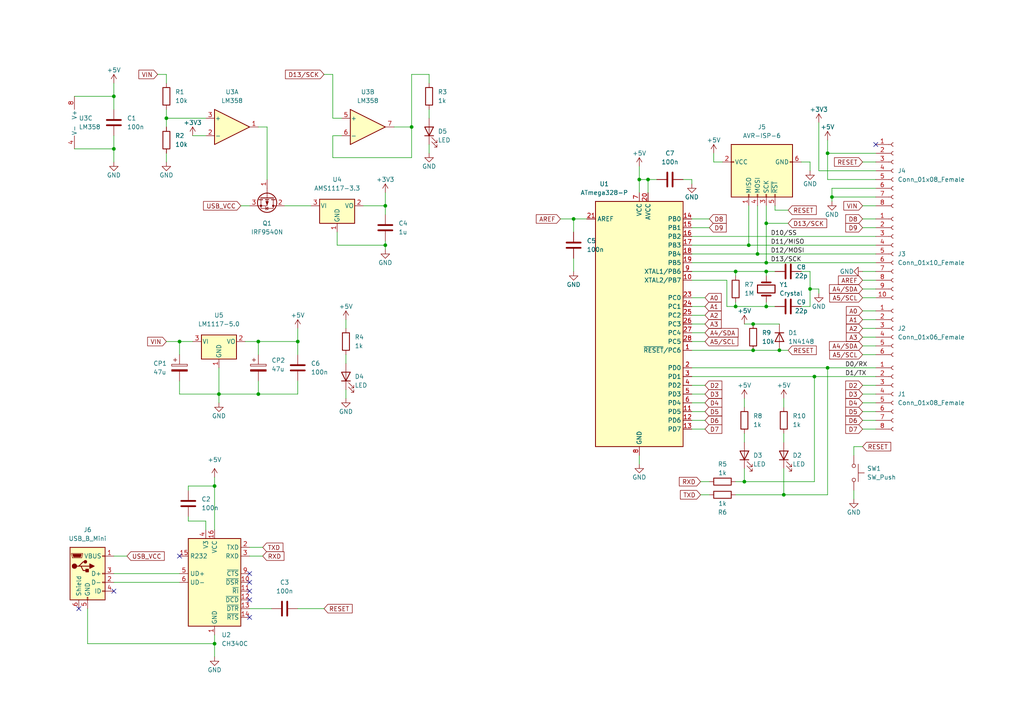
<source format=kicad_sch>
(kicad_sch (version 20211123) (generator eeschema)
  (paper "A4")
  (title_block (title "Tetiduino") (date "2023-02-13") (rev "0.0"))
  (lib_symbols
    (symbol "Amplifier_Operational:LM358" (pin_names (offset 0.127))
      (property "Reference" "U" (at 0 5.08 0))
      (property "Value" "LM358" (at 0 -5.08 0))
      (symbol "LM358_1_1"
        (pin output line (at 7.62 0 180) (length 2.54) (name "~") (number "1"))
        (pin input line (at -7.62 -2.54 0) (length 2.54) (name "-") (number "2"))
        (pin input line (at -7.62 2.54 0) (length 2.54) (name "+") (number "3"))
      )
      (symbol "LM358_2_1"
        (pin input line (at -7.62 2.54 0) (length 2.54) (name "+") (number "5"))
        (pin input line (at -7.62 -2.54 0) (length 2.54) (name "-") (number "6"))
        (pin output line (at 7.62 0 180) (length 2.54) (name "~") (number "7"))
      )
      (symbol "LM358_3_1"
        (pin power_in line (at -2.54 -7.62 90) (length 3.81) (name "V-") (number "4"))
        (pin power_in line (at -2.54 7.62 270) (length 3.81) (name "V+") (number "8"))
      )
    )
    (symbol "Connector:AVR-ISP-6" (pin_names (offset 1.016))
      (property "Reference" "J" (at -6.35 11.43 0))
      (property "Value" "AVR-ISP-6" (at 0 11.43 0))
      (symbol "AVR-ISP-6_1_1"
        (pin passive line (at 10.16 5.08 180) (length 2.54) (name "MISO") (number "1"))
        (pin passive line (at -2.54 12.7 270) (length 2.54) (name "VCC") (number "2"))
        (pin passive line (at 10.16 0 180) (length 2.54) (name "SCK") (number "3"))
        (pin passive line (at 10.16 2.54 180) (length 2.54) (name "MOSI") (number "4"))
        (pin passive line (at 10.16 -2.54 180) (length 2.54) (name "~{RST}") (number "5"))
        (pin passive line (at -2.54 -10.16 90) (length 2.54) (name "GND") (number "6"))
      )
    )
    (symbol "Connector:Conn_01x06_Female" (pin_names (offset 1.016) hide)
      (property "Reference" "J" (at 0 7.62 0))
      (property "Value" "Conn_01x06_Female" (at 0 -10.16 0))
      (symbol "Conn_01x06_Female_1_1"
        (pin passive line (at -5.08 5.08 0) (length 3.81) (name "Pin_1") (number "1"))
        (pin passive line (at -5.08 2.54 0) (length 3.81) (name "Pin_2") (number "2"))
        (pin passive line (at -5.08 0 0) (length 3.81) (name "Pin_3") (number "3"))
        (pin passive line (at -5.08 -2.54 0) (length 3.81) (name "Pin_4") (number "4"))
        (pin passive line (at -5.08 -5.08 0) (length 3.81) (name "Pin_5") (number "5"))
        (pin passive line (at -5.08 -7.62 0) (length 3.81) (name "Pin_6") (number "6"))
      )
    )
    (symbol "Connector:Conn_01x08_Female" (pin_names (offset 1.016) hide)
      (property "Reference" "J" (at 0 10.16 0))
      (property "Value" "Conn_01x08_Female" (at 0 -12.7 0))
      (symbol "Conn_01x08_Female_1_1"
        (pin passive line (at -5.08 7.62 0) (length 3.81) (name "Pin_1") (number "1"))
        (pin passive line (at -5.08 5.08 0) (length 3.81) (name "Pin_2") (number "2"))
        (pin passive line (at -5.08 2.54 0) (length 3.81) (name "Pin_3") (number "3"))
        (pin passive line (at -5.08 0 0) (length 3.81) (name "Pin_4") (number "4"))
        (pin passive line (at -5.08 -2.54 0) (length 3.81) (name "Pin_5") (number "5"))
        (pin passive line (at -5.08 -5.08 0) (length 3.81) (name "Pin_6") (number "6"))
        (pin passive line (at -5.08 -7.62 0) (length 3.81) (name "Pin_7") (number "7"))
        (pin passive line (at -5.08 -10.16 0) (length 3.81) (name "Pin_8") (number "8"))
      )
    )
    (symbol "Connector:Conn_01x10_Female" (pin_names (offset 1.016) hide)
      (property "Reference" "J" (at 0 12.7 0))
      (property "Value" "Conn_01x10_Female" (at 0 -15.24 0))
      (symbol "Conn_01x10_Female_1_1"
        (pin passive line (at -5.08 10.16 0) (length 3.81) (name "Pin_1") (number "1"))
        (pin passive line (at -5.08 -12.7 0) (length 3.81) (name "Pin_10") (number "10"))
        (pin passive line (at -5.08 7.62 0) (length 3.81) (name "Pin_2") (number "2"))
        (pin passive line (at -5.08 5.08 0) (length 3.81) (name "Pin_3") (number "3"))
        (pin passive line (at -5.08 2.54 0) (length 3.81) (name "Pin_4") (number "4"))
        (pin passive line (at -5.08 0 0) (length 3.81) (name "Pin_5") (number "5"))
        (pin passive line (at -5.08 -2.54 0) (length 3.81) (name "Pin_6") (number "6"))
        (pin passive line (at -5.08 -5.08 0) (length 3.81) (name "Pin_7") (number "7"))
        (pin passive line (at -5.08 -7.62 0) (length 3.81) (name "Pin_8") (number "8"))
        (pin passive line (at -5.08 -10.16 0) (length 3.81) (name "Pin_9") (number "9"))
      )
    )
    (symbol "Connector:USB_B_Mini" (pin_names (offset 1.016))
      (property "Reference" "J" (at -5.08 11.43 0))
      (property "Value" "USB_B_Mini" (at -5.08 8.89 0))
      (symbol "USB_B_Mini_1_1"
        (pin power_out line (at 7.62 5.08 180) (length 2.54) (name "VBUS") (number "1"))
        (pin bidirectional line (at 7.62 -2.54 180) (length 2.54) (name "D-") (number "2"))
        (pin bidirectional line (at 7.62 0 180) (length 2.54) (name "D+") (number "3"))
        (pin passive line (at 7.62 -5.08 180) (length 2.54) (name "ID") (number "4"))
        (pin power_out line (at 0 -10.16 90) (length 2.54) (name "GND") (number "5"))
        (pin passive line (at -2.54 -10.16 90) (length 2.54) (name "Shield") (number "6"))
      )
    )
    (symbol "Device:C" (pin_numbers hide) (pin_names (offset 0.254))
      (property "Reference" "C" (at 0.635 2.54 0))
      (property "Value" "C" (at 0.635 -2.54 0))
      (symbol "C_1_1"
        (pin passive line (at 0 3.81 270) (length 2.794) (name "~") (number "1"))
        (pin passive line (at 0 -3.81 90) (length 2.794) (name "~") (number "2"))
      )
    )
    (symbol "Device:C_Polarized" (pin_numbers hide) (pin_names (offset 0.254))
      (property "Reference" "C" (at 0.635 2.54 0))
      (property "Value" "C_Polarized" (at 0.635 -2.54 0))
      (symbol "C_Polarized_1_1"
        (pin passive line (at 0 3.81 270) (length 2.794) (name "~") (number "1"))
        (pin passive line (at 0 -3.81 90) (length 2.794) (name "~") (number "2"))
      )
    )
    (symbol "Device:Crystal" (pin_numbers hide) (pin_names (offset 1.016) hide)
      (property "Reference" "Y" (at 0 3.81 0))
      (property "Value" "Crystal" (at 0 -3.81 0))
      (symbol "Crystal_1_1"
        (pin passive line (at -3.81 0 0) (length 1.27) (name "1") (number "1"))
        (pin passive line (at 3.81 0 180) (length 1.27) (name "2") (number "2"))
      )
    )
    (symbol "Device:LED" (pin_numbers hide) (pin_names (offset 1.016) hide)
      (property "Reference" "D" (at 0 2.54 0))
      (property "Value" "LED" (at 0 -2.54 0))
      (symbol "LED_1_1"
        (pin passive line (at -3.81 0 0) (length 2.54) (name "K") (number "1"))
        (pin passive line (at 3.81 0 180) (length 2.54) (name "A") (number "2"))
      )
    )
    (symbol "Device:R" (pin_numbers hide) (pin_names (offset 0))
      (property "Reference" "R" (at 2.032 0 90))
      (property "Value" "R" (at 0 0 90))
      (symbol "R_1_1"
        (pin passive line (at 0 3.81 270) (length 1.27) (name "~") (number "1"))
        (pin passive line (at 0 -3.81 90) (length 1.27) (name "~") (number "2"))
      )
    )
    (symbol "Diode:1N4148" (pin_numbers hide) (pin_names hide)
      (property "Reference" "D" (at 0 2.54 0))
      (property "Value" "1N4148" (at 0 -2.54 0))
      (symbol "1N4148_1_1"
        (pin passive line (at -3.81 0 0) (length 2.54) (name "K") (number "1"))
        (pin passive line (at 3.81 0 180) (length 2.54) (name "A") (number "2"))
      )
    )
    (symbol "Interface_USB:CH340C"
      (property "Reference" "U" (at -5.08 13.97 0))
      (property "Value" "CH340C" (at 1.27 13.97 0))
      (symbol "CH340C_1_1"
        (pin power_in line (at 0 -15.24 90) (length 2.54) (name "GND") (number "1"))
        (pin input line (at 10.16 0 180) (length 2.54) (name "~{DSR}") (number "10"))
        (pin input line (at 10.16 -2.54 180) (length 2.54) (name "~{RI}") (number "11"))
        (pin input line (at 10.16 -5.08 180) (length 2.54) (name "~{DCD}") (number "12"))
        (pin output line (at 10.16 -7.62 180) (length 2.54) (name "~{DTR}") (number "13"))
        (pin output line (at 10.16 -10.16 180) (length 2.54) (name "~{RTS}") (number "14"))
        (pin input line (at -10.16 7.62 0) (length 2.54) (name "R232") (number "15"))
        (pin power_in line (at 0 15.24 270) (length 2.54) (name "VCC") (number "16"))
        (pin output line (at 10.16 10.16 180) (length 2.54) (name "TXD") (number "2"))
        (pin input line (at 10.16 7.62 180) (length 2.54) (name "RXD") (number "3"))
        (pin passive line (at -2.54 15.24 270) (length 2.54) (name "V3") (number "4"))
        (pin bidirectional line (at -10.16 2.54 0) (length 2.54) (name "UD+") (number "5"))
        (pin bidirectional line (at -10.16 0 0) (length 2.54) (name "UD-") (number "6"))
        (pin no_connect line (at -7.62 -7.62 0) (length 2.54) hide (name "NC") (number "7"))
        (pin no_connect line (at -7.62 -10.16 0) (length 2.54) hide (name "NC") (number "8"))
        (pin input line (at 10.16 2.54 180) (length 2.54) (name "~{CTS}") (number "9"))
      )
    )
    (symbol "MCU_Microchip_ATmega:ATmega328-P"
      (property "Reference" "U" (at -12.7 36.83 0))
      (property "Value" "ATmega328-P" (at 2.54 -36.83 0))
      (symbol "ATmega328-P_1_1"
        (pin bidirectional line (at 15.24 -7.62 180) (length 2.54) (name "~{RESET}/PC6") (number "1"))
        (pin bidirectional line (at 15.24 12.7 180) (length 2.54) (name "XTAL2/PB7") (number "10"))
        (pin bidirectional line (at 15.24 -25.4 180) (length 2.54) (name "PD5") (number "11"))
        (pin bidirectional line (at 15.24 -27.94 180) (length 2.54) (name "PD6") (number "12"))
        (pin bidirectional line (at 15.24 -30.48 180) (length 2.54) (name "PD7") (number "13"))
        (pin bidirectional line (at 15.24 30.48 180) (length 2.54) (name "PB0") (number "14"))
        (pin bidirectional line (at 15.24 27.94 180) (length 2.54) (name "PB1") (number "15"))
        (pin bidirectional line (at 15.24 25.4 180) (length 2.54) (name "PB2") (number "16"))
        (pin bidirectional line (at 15.24 22.86 180) (length 2.54) (name "PB3") (number "17"))
        (pin bidirectional line (at 15.24 20.32 180) (length 2.54) (name "PB4") (number "18"))
        (pin bidirectional line (at 15.24 17.78 180) (length 2.54) (name "PB5") (number "19"))
        (pin bidirectional line (at 15.24 -12.7 180) (length 2.54) (name "PD0") (number "2"))
        (pin power_in line (at 2.54 38.1 270) (length 2.54) (name "AVCC") (number "20"))
        (pin passive line (at -15.24 30.48 0) (length 2.54) (name "AREF") (number "21"))
        (pin passive line (at 0 -38.1 90) (length 2.54) hide (name "GND") (number "22"))
        (pin bidirectional line (at 15.24 7.62 180) (length 2.54) (name "PC0") (number "23"))
        (pin bidirectional line (at 15.24 5.08 180) (length 2.54) (name "PC1") (number "24"))
        (pin bidirectional line (at 15.24 2.54 180) (length 2.54) (name "PC2") (number "25"))
        (pin bidirectional line (at 15.24 0 180) (length 2.54) (name "PC3") (number "26"))
        (pin bidirectional line (at 15.24 -2.54 180) (length 2.54) (name "PC4") (number "27"))
        (pin bidirectional line (at 15.24 -5.08 180) (length 2.54) (name "PC5") (number "28"))
        (pin bidirectional line (at 15.24 -15.24 180) (length 2.54) (name "PD1") (number "3"))
        (pin bidirectional line (at 15.24 -17.78 180) (length 2.54) (name "PD2") (number "4"))
        (pin bidirectional line (at 15.24 -20.32 180) (length 2.54) (name "PD3") (number "5"))
        (pin bidirectional line (at 15.24 -22.86 180) (length 2.54) (name "PD4") (number "6"))
        (pin power_in line (at 0 38.1 270) (length 2.54) (name "VCC") (number "7"))
        (pin power_in line (at 0 -38.1 90) (length 2.54) (name "GND") (number "8"))
        (pin bidirectional line (at 15.24 15.24 180) (length 2.54) (name "XTAL1/PB6") (number "9"))
      )
    )
    (symbol "Regulator_Linear:AMS1117-3.3" (pin_names (offset 0.254))
      (property "Reference" "U" (at -3.81 3.175 0))
      (property "Value" "AMS1117-3.3" (at 0 3.175 0))
      (symbol "AMS1117-3.3_1_1"
        (pin power_in line (at 0 -7.62 90) (length 2.54) (name "GND") (number "1"))
        (pin power_out line (at 7.62 0 180) (length 2.54) (name "VO") (number "2"))
        (pin power_in line (at -7.62 0 0) (length 2.54) (name "VI") (number "3"))
      )
    )
    (symbol "Regulator_Linear:LM1117-5.0" (pin_names (offset 0.254))
      (property "Reference" "U" (at -3.81 3.175 0))
      (property "Value" "LM1117-5.0" (at 0 3.175 0))
      (symbol "LM1117-5.0_1_1"
        (pin power_in line (at 0 -7.62 90) (length 2.54) (name "GND") (number "1"))
        (pin power_out line (at 7.62 0 180) (length 2.54) (name "VO") (number "2"))
        (pin power_in line (at -7.62 0 0) (length 2.54) (name "VI") (number "3"))
      )
    )
    (symbol "Switch:SW_Push" (pin_numbers hide) (pin_names (offset 1.016) hide)
      (property "Reference" "SW" (at 1.27 2.54 0))
      (property "Value" "SW_Push" (at 0 -1.524 0))
      (symbol "SW_Push_0_1"
        (pin passive line (at -5.08 0 0) (length 2.54) (name "1") (number "1"))
        (pin passive line (at 5.08 0 180) (length 2.54) (name "2") (number "2"))
      )
    )
    (symbol "Transistor_FET:IRF9540N" (pin_names hide)
      (property "Reference" "Q" (at 5.08 1.905 0))
      (property "Value" "IRF9540N" (at 5.08 0 0))
      (symbol "IRF9540N_1_1"
        (pin input line (at -5.08 0 0) (length 2.54) (name "G") (number "1"))
        (pin passive line (at 2.54 5.08 270) (length 2.54) (name "D") (number "2"))
        (pin passive line (at 2.54 -5.08 90) (length 2.54) (name "S") (number "3"))
      )
    )
    (symbol "power:+3V3" (power) (pin_names (offset 0))
      (property "Value" "+3V3" (at 0 3.556 0))
      (symbol "+3V3_1_1"
        (pin power_in line (at 0 0 90) (length 0) hide (name "+3V3") (number "1"))
      )
    )
    (symbol "power:+5V" (power) (pin_names (offset 0))
      (property "Value" "+5V" (at 0 3.556 0))
      (symbol "+5V_1_1"
        (pin power_in line (at 0 0 90) (length 0) hide (name "+5V") (number "1"))
      )
    )
    (symbol "power:GND" (power) (pin_names (offset 0))
      (property "Value" "GND" (at 0 -3.81 0))
      (symbol "GND_1_1"
        (pin power_in line (at 0 0 270) (length 0) hide (name "GND") (number "1"))
      )
    )
  )
  (junction (at 222.25 78.74))
  (junction (at 187.96 52.07))
  (junction (at 185.42 52.07))
  (junction (at 213.36 88.9))
  (junction (at 62.23 140.97))
  (junction (at 166.37 63.5))
  (junction (at 63.5 114.3))
  (junction (at 241.3 57.15))
  (junction (at 218.44 93.98))
  (junction (at 62.23 186.69))
  (junction (at 213.36 78.74))
  (junction (at 217.17 71.12))
  (junction (at 111.76 71.12))
  (junction (at 48.26 34.29))
  (junction (at 236.22 109.22))
  (junction (at 227.33 143.51))
  (junction (at 74.93 99.06))
  (junction (at 218.44 101.6))
  (junction (at 226.06 101.6))
  (junction (at 234.95 83.82))
  (junction (at 222.25 64.77))
  (junction (at 111.76 59.69))
  (junction (at 222.25 88.9))
  (junction (at 33.02 27.94))
  (junction (at 219.71 73.66))
  (junction (at 74.93 114.3))
  (junction (at 33.02 43.18))
  (junction (at 240.03 44.45))
  (junction (at 119.38 36.83))
  (junction (at 240.03 106.68))
  (junction (at 215.9 139.7))
  (junction (at 86.36 99.06))
  (junction (at 52.07 99.06))
  (junction (at 222.25 76.2))
  (no_connect (at 72.39 179.07))
  (no_connect (at 72.39 166.37))
  (no_connect (at 22.86 176.53))
  (no_connect (at 33.02 171.45))
  (no_connect (at 72.39 171.45))
  (no_connect (at 52.07 161.29))
  (no_connect (at 72.39 168.91))
  (no_connect (at 72.39 173.99))
  (no_connect (at 254 41.91))
  (wire (pts (xy 187.96 52.07) (xy 190.5 52.07)))
  (wire (pts (xy 33.02 31.75) (xy 33.02 27.94)))
  (wire (pts (xy 207.01 44.45) (xy 207.01 46.99)))
  (wire (pts (xy 162.56 63.5) (xy 166.37 63.5)))
  (wire (pts (xy 250.19 124.46) (xy 254 124.46)))
  (wire (pts (xy 55.88 39.37) (xy 59.69 39.37)))
  (wire (pts (xy 185.42 48.26) (xy 185.42 52.07)))
  (wire (pts (xy 234.95 83.82) (xy 237.49 83.82)))
  (wire (pts (xy 77.47 36.83) (xy 74.93 36.83)))
  (wire (pts (xy 119.38 45.72) (xy 119.38 36.83)))
  (wire (pts (xy 200.66 71.12) (xy 217.17 71.12)))
  (wire (pts (xy 200.66 99.06) (xy 204.47 99.06)))
  (wire (pts (xy 247.65 132.08) (xy 247.65 129.54)))
  (wire (pts (xy 200.66 114.3) (xy 204.47 114.3)))
  (wire (pts (xy 200.66 88.9) (xy 204.47 88.9)))
  (wire (pts (xy 111.76 55.88) (xy 111.76 59.69)))
  (wire (pts (xy 234.95 83.82) (xy 234.95 88.9)))
  (wire (pts (xy 97.79 71.12) (xy 111.76 71.12)))
  (wire (pts (xy 200.66 116.84) (xy 204.47 116.84)))
  (wire (pts (xy 224.79 59.69) (xy 224.79 60.96)))
  (wire (pts (xy 213.36 88.9) (xy 222.25 88.9)))
  (wire (pts (xy 210.82 88.9) (xy 213.36 88.9)))
  (wire (pts (xy 219.71 73.66) (xy 254 73.66)))
  (wire (pts (xy 241.3 54.61) (xy 241.3 57.15)))
  (wire (pts (xy 124.46 31.75) (xy 124.46 34.29)))
  (wire (pts (xy 52.07 114.3) (xy 63.5 114.3)))
  (wire (pts (xy 215.9 135.89) (xy 215.9 139.7)))
  (wire (pts (xy 33.02 161.29) (xy 36.83 161.29)))
  (wire (pts (xy 48.26 21.59) (xy 48.26 24.13)))
  (wire (pts (xy 222.25 87.63) (xy 222.25 88.9)))
  (wire (pts (xy 185.42 132.08) (xy 185.42 134.62)))
  (wire (pts (xy 86.36 176.53) (xy 93.98 176.53)))
  (wire (pts (xy 213.36 139.7) (xy 215.9 139.7)))
  (wire (pts (xy 215.9 125.73) (xy 215.9 128.27)))
  (wire (pts (xy 100.33 92.71) (xy 100.33 95.25)))
  (wire (pts (xy 222.25 64.77) (xy 228.6 64.77)))
  (wire (pts (xy 250.19 97.79) (xy 254 97.79)))
  (wire (pts (xy 52.07 110.49) (xy 52.07 114.3)))
  (wire (pts (xy 52.07 99.06) (xy 52.07 102.87)))
  (wire (pts (xy 254 54.61) (xy 241.3 54.61)))
  (wire (pts (xy 72.39 176.53) (xy 78.74 176.53)))
  (wire (pts (xy 111.76 69.85) (xy 111.76 71.12)))
  (wire (pts (xy 21.59 43.18) (xy 33.02 43.18)))
  (wire (pts (xy 62.23 140.97) (xy 62.23 153.67)))
  (wire (pts (xy 62.23 186.69) (xy 62.23 184.15)))
  (wire (pts (xy 33.02 168.91) (xy 52.07 168.91)))
  (wire (pts (xy 71.12 99.06) (xy 74.93 99.06)))
  (wire (pts (xy 240.03 52.07) (xy 240.03 44.45)))
  (wire (pts (xy 234.95 46.99) (xy 234.95 49.53)))
  (wire (pts (xy 200.66 63.5) (xy 205.74 63.5)))
  (wire (pts (xy 222.25 59.69) (xy 222.25 64.77)))
  (wire (pts (xy 124.46 24.13) (xy 124.46 21.59)))
  (wire (pts (xy 240.03 44.45) (xy 240.03 40.64)))
  (wire (pts (xy 63.5 116.84) (xy 63.5 114.3)))
  (wire (pts (xy 222.25 78.74) (xy 224.79 78.74)))
  (wire (pts (xy 237.49 35.56) (xy 237.49 49.53)))
  (wire (pts (xy 119.38 36.83) (xy 114.3 36.83)))
  (wire (pts (xy 222.25 76.2) (xy 254 76.2)))
  (wire (pts (xy 111.76 59.69) (xy 111.76 62.23)))
  (wire (pts (xy 105.41 59.69) (xy 111.76 59.69)))
  (wire (pts (xy 200.66 52.07) (xy 200.66 53.34)))
  (wire (pts (xy 200.66 68.58) (xy 254 68.58)))
  (wire (pts (xy 227.33 115.57) (xy 227.33 118.11)))
  (wire (pts (xy 124.46 21.59) (xy 119.38 21.59)))
  (wire (pts (xy 198.12 52.07) (xy 200.66 52.07)))
  (wire (pts (xy 237.49 83.82) (xy 237.49 85.09)))
  (wire (pts (xy 97.79 67.31) (xy 97.79 71.12)))
  (wire (pts (xy 86.36 114.3) (xy 74.93 114.3)))
  (wire (pts (xy 237.49 49.53) (xy 254 49.53)))
  (wire (pts (xy 200.66 109.22) (xy 236.22 109.22)))
  (wire (pts (xy 100.33 113.03) (xy 100.33 115.57)))
  (wire (pts (xy 77.47 52.07) (xy 77.47 36.83)))
  (wire (pts (xy 250.19 66.04) (xy 254 66.04)))
  (wire (pts (xy 33.02 166.37) (xy 52.07 166.37)))
  (wire (pts (xy 63.5 106.68) (xy 63.5 114.3)))
  (wire (pts (xy 247.65 129.54) (xy 250.19 129.54)))
  (wire (pts (xy 241.3 57.15) (xy 254 57.15)))
  (wire (pts (xy 52.07 99.06) (xy 55.88 99.06)))
  (wire (pts (xy 250.19 46.99) (xy 254 46.99)))
  (wire (pts (xy 200.66 101.6) (xy 218.44 101.6)))
  (wire (pts (xy 166.37 74.93) (xy 166.37 78.74)))
  (wire (pts (xy 200.66 66.04) (xy 205.74 66.04)))
  (wire (pts (xy 234.95 78.74) (xy 234.95 83.82)))
  (wire (pts (xy 222.25 78.74) (xy 222.25 80.01)))
  (wire (pts (xy 200.66 121.92) (xy 204.47 121.92)))
  (wire (pts (xy 250.19 90.17) (xy 254 90.17)))
  (wire (pts (xy 96.52 21.59) (xy 96.52 34.29)))
  (wire (pts (xy 226.06 101.6) (xy 228.6 101.6)))
  (wire (pts (xy 227.33 143.51) (xy 240.03 143.51)))
  (wire (pts (xy 74.93 99.06) (xy 74.93 102.87)))
  (wire (pts (xy 166.37 63.5) (xy 166.37 67.31)))
  (wire (pts (xy 240.03 106.68) (xy 254 106.68)))
  (wire (pts (xy 250.19 59.69) (xy 254 59.69)))
  (wire (pts (xy 254 52.07) (xy 240.03 52.07)))
  (wire (pts (xy 213.36 78.74) (xy 213.36 80.01)))
  (wire (pts (xy 33.02 27.94) (xy 21.59 27.94)))
  (wire (pts (xy 210.82 81.28) (xy 210.82 88.9)))
  (wire (pts (xy 33.02 43.18) (xy 33.02 39.37)))
  (wire (pts (xy 86.36 99.06) (xy 74.93 99.06)))
  (wire (pts (xy 100.33 102.87) (xy 100.33 105.41)))
  (wire (pts (xy 200.66 73.66) (xy 219.71 73.66)))
  (wire (pts (xy 213.36 78.74) (xy 222.25 78.74)))
  (wire (pts (xy 200.66 76.2) (xy 222.25 76.2)))
  (wire (pts (xy 200.66 111.76) (xy 204.47 111.76)))
  (wire (pts (xy 200.66 124.46) (xy 204.47 124.46)))
  (wire (pts (xy 222.25 64.77) (xy 222.25 76.2)))
  (wire (pts (xy 166.37 63.5) (xy 170.18 63.5)))
  (wire (pts (xy 250.19 63.5) (xy 254 63.5)))
  (wire (pts (xy 224.79 60.96) (xy 228.6 60.96)))
  (wire (pts (xy 250.19 81.28) (xy 254 81.28)))
  (wire (pts (xy 215.9 93.98) (xy 218.44 93.98)))
  (wire (pts (xy 200.66 119.38) (xy 204.47 119.38)))
  (wire (pts (xy 250.19 116.84) (xy 254 116.84)))
  (wire (pts (xy 62.23 186.69) (xy 62.23 190.5)))
  (wire (pts (xy 59.69 151.13) (xy 59.69 153.67)))
  (wire (pts (xy 250.19 114.3) (xy 254 114.3)))
  (wire (pts (xy 45.72 21.59) (xy 48.26 21.59)))
  (wire (pts (xy 200.66 86.36) (xy 204.47 86.36)))
  (wire (pts (xy 240.03 106.68) (xy 240.03 143.51)))
  (wire (pts (xy 250.19 83.82) (xy 254 83.82)))
  (wire (pts (xy 200.66 93.98) (xy 204.47 93.98)))
  (wire (pts (xy 217.17 59.69) (xy 217.17 71.12)))
  (wire (pts (xy 63.5 114.3) (xy 74.93 114.3)))
  (wire (pts (xy 200.66 91.44) (xy 204.47 91.44)))
  (wire (pts (xy 33.02 24.13) (xy 33.02 27.94)))
  (wire (pts (xy 25.4 186.69) (xy 62.23 186.69)))
  (wire (pts (xy 54.61 142.24) (xy 54.61 140.97)))
  (wire (pts (xy 222.25 88.9) (xy 224.79 88.9)))
  (wire (pts (xy 54.61 140.97) (xy 62.23 140.97)))
  (wire (pts (xy 86.36 110.49) (xy 86.36 114.3)))
  (wire (pts (xy 207.01 46.99) (xy 209.55 46.99)))
  (wire (pts (xy 218.44 101.6) (xy 226.06 101.6)))
  (wire (pts (xy 215.9 139.7) (xy 236.22 139.7)))
  (wire (pts (xy 232.41 78.74) (xy 234.95 78.74)))
  (wire (pts (xy 54.61 151.13) (xy 59.69 151.13)))
  (wire (pts (xy 185.42 55.88) (xy 185.42 52.07)))
  (wire (pts (xy 200.66 81.28) (xy 210.82 81.28)))
  (wire (pts (xy 119.38 21.59) (xy 119.38 36.83)))
  (wire (pts (xy 48.26 31.75) (xy 48.26 34.29)))
  (wire (pts (xy 33.02 43.18) (xy 33.02 46.99)))
  (wire (pts (xy 250.19 92.71) (xy 254 92.71)))
  (wire (pts (xy 124.46 41.91) (xy 124.46 44.45)))
  (wire (pts (xy 232.41 88.9) (xy 234.95 88.9)))
  (wire (pts (xy 213.36 143.51) (xy 227.33 143.51)))
  (wire (pts (xy 86.36 102.87) (xy 86.36 99.06)))
  (wire (pts (xy 72.39 158.75) (xy 76.2 158.75)))
  (wire (pts (xy 62.23 138.43) (xy 62.23 140.97)))
  (wire (pts (xy 74.93 110.49) (xy 74.93 114.3)))
  (wire (pts (xy 218.44 93.98) (xy 226.06 93.98)))
  (wire (pts (xy 250.19 95.25) (xy 254 95.25)))
  (wire (pts (xy 25.4 176.53) (xy 25.4 186.69)))
  (wire (pts (xy 72.39 161.29) (xy 76.2 161.29)))
  (wire (pts (xy 200.66 106.68) (xy 240.03 106.68)))
  (wire (pts (xy 86.36 95.25) (xy 86.36 99.06)))
  (wire (pts (xy 96.52 39.37) (xy 96.52 45.72)))
  (wire (pts (xy 217.17 71.12) (xy 254 71.12)))
  (wire (pts (xy 185.42 52.07) (xy 187.96 52.07)))
  (wire (pts (xy 48.26 34.29) (xy 48.26 36.83)))
  (wire (pts (xy 241.3 57.15) (xy 241.3 58.42)))
  (wire (pts (xy 227.33 135.89) (xy 227.33 143.51)))
  (wire (pts (xy 203.2 143.51) (xy 205.74 143.51)))
  (wire (pts (xy 250.19 102.87) (xy 254 102.87)))
  (wire (pts (xy 93.98 21.59) (xy 96.52 21.59)))
  (wire (pts (xy 250.19 100.33) (xy 254 100.33)))
  (wire (pts (xy 54.61 149.86) (xy 54.61 151.13)))
  (wire (pts (xy 200.66 78.74) (xy 213.36 78.74)))
  (wire (pts (xy 250.19 78.74) (xy 254 78.74)))
  (wire (pts (xy 215.9 115.57) (xy 215.9 118.11)))
  (wire (pts (xy 250.19 86.36) (xy 254 86.36)))
  (wire (pts (xy 48.26 34.29) (xy 59.69 34.29)))
  (wire (pts (xy 250.19 111.76) (xy 254 111.76)))
  (wire (pts (xy 96.52 45.72) (xy 119.38 45.72)))
  (wire (pts (xy 236.22 109.22) (xy 254 109.22)))
  (wire (pts (xy 213.36 87.63) (xy 213.36 88.9)))
  (wire (pts (xy 99.06 39.37) (xy 96.52 39.37)))
  (wire (pts (xy 111.76 71.12) (xy 111.76 72.39)))
  (wire (pts (xy 82.55 59.69) (xy 90.17 59.69)))
  (wire (pts (xy 227.33 125.73) (xy 227.33 128.27)))
  (wire (pts (xy 250.19 119.38) (xy 254 119.38)))
  (wire (pts (xy 48.26 99.06) (xy 52.07 99.06)))
  (wire (pts (xy 219.71 59.69) (xy 219.71 73.66)))
  (wire (pts (xy 236.22 109.22) (xy 236.22 139.7)))
  (wire (pts (xy 247.65 142.24) (xy 247.65 144.78)))
  (wire (pts (xy 240.03 44.45) (xy 254 44.45)))
  (wire (pts (xy 96.52 34.29) (xy 99.06 34.29)))
  (wire (pts (xy 250.19 121.92) (xy 254 121.92)))
  (wire (pts (xy 69.85 59.69) (xy 72.39 59.69)))
  (wire (pts (xy 200.66 96.52) (xy 204.47 96.52)))
  (wire (pts (xy 232.41 46.99) (xy 234.95 46.99)))
  (wire (pts (xy 187.96 52.07) (xy 187.96 55.88)))
  (wire (pts (xy 48.26 44.45) (xy 48.26 46.99)))
  (wire (pts (xy 203.2 139.7) (xy 205.74 139.7)))
  (label "D12{slash}MOSI" (at 223.52 73.66 0))
  (label "D13{slash}SCK" (at 223.52 76.2 0))
  (label "D10{slash}SS" (at 223.52 68.58 0))
  (label "D0{slash}RX" (at 245.11 106.68 0))
  (label "D1{slash}TX" (at 245.11 109.22 0))
  (label "D11{slash}MISO" (at 223.52 71.12 0))
  (global_label "USB_VCC" (shape input) (at 69.85 59.69 180) (property "Intersheet References" "${INTERSHEET_REFS}" (effects hide)))
  (global_label "A0" (shape input) (at 250.19 90.17 180) (property "Intersheet References" "${INTERSHEET_REFS}" (effects hide)))
  (global_label "D8" (shape input) (at 205.74 63.5 0) (property "Intersheet References" "${INTERSHEET_REFS}" (effects hide)))
  (global_label "D7" (shape input) (at 204.47 124.46 0) (property "Intersheet References" "${INTERSHEET_REFS}" (effects hide)))
  (global_label "A2" (shape input) (at 204.47 91.44 0) (property "Intersheet References" "${INTERSHEET_REFS}" (effects hide)))
  (global_label "A1" (shape input) (at 204.47 88.9 0) (property "Intersheet References" "${INTERSHEET_REFS}" (effects hide)))
  (global_label "AREF" (shape input) (at 250.19 81.28 180) (property "Intersheet References" "${INTERSHEET_REFS}" (effects hide)))
  (global_label "A4{slash}SDA" (shape input) (at 204.47 96.52 0) (property "Intersheet References" "${INTERSHEET_REFS}" (effects hide)))
  (global_label "A5{slash}SCL" (shape input) (at 250.19 102.87 180) (property "Intersheet References" "${INTERSHEET_REFS}" (effects hide)))
  (global_label "RESET" (shape input) (at 228.6 60.96 0) (property "Intersheet References" "${INTERSHEET_REFS}" (effects hide)))
  (global_label "D5" (shape input) (at 204.47 119.38 0) (property "Intersheet References" "${INTERSHEET_REFS}" (effects hide)))
  (global_label "RXD" (shape input) (at 76.2 161.29 0) (property "Intersheet References" "${INTERSHEET_REFS}" (effects hide)))
  (global_label "RXD" (shape input) (at 203.2 139.7 180) (property "Intersheet References" "${INTERSHEET_REFS}" (effects hide)))
  (global_label "AREF" (shape input) (at 162.56 63.5 180) (property "Intersheet References" "${INTERSHEET_REFS}" (effects hide)))
  (global_label "RESET" (shape input) (at 250.19 129.54 0) (property "Intersheet References" "${INTERSHEET_REFS}" (effects hide)))
  (global_label "D3" (shape input) (at 204.47 114.3 0) (property "Intersheet References" "${INTERSHEET_REFS}" (effects hide)))
  (global_label "D4" (shape input) (at 204.47 116.84 0) (property "Intersheet References" "${INTERSHEET_REFS}" (effects hide)))
  (global_label "RESET" (shape input) (at 250.19 46.99 180) (property "Intersheet References" "${INTERSHEET_REFS}" (effects hide)))
  (global_label "A3" (shape input) (at 204.47 93.98 0) (property "Intersheet References" "${INTERSHEET_REFS}" (effects hide)))
  (global_label "A5{slash}SCL" (shape input) (at 204.47 99.06 0) (property "Intersheet References" "${INTERSHEET_REFS}" (effects hide)))
  (global_label "VIN" (shape input) (at 45.72 21.59 180) (property "Intersheet References" "${INTERSHEET_REFS}" (effects hide)))
  (global_label "RESET" (shape input) (at 93.98 176.53 0) (property "Intersheet References" "${INTERSHEET_REFS}" (effects hide)))
  (global_label "VIN" (shape input) (at 250.19 59.69 180) (property "Intersheet References" "${INTERSHEET_REFS}" (effects hide)))
  (global_label "D3" (shape input) (at 250.19 114.3 180) (property "Intersheet References" "${INTERSHEET_REFS}" (effects hide)))
  (global_label "D13{slash}SCK" (shape input) (at 228.6 64.77 0) (property "Intersheet References" "${INTERSHEET_REFS}" (effects hide)))
  (global_label "A4{slash}SDA" (shape input) (at 250.19 83.82 180) (property "Intersheet References" "${INTERSHEET_REFS}" (effects hide)))
  (global_label "A2" (shape input) (at 250.19 95.25 180) (property "Intersheet References" "${INTERSHEET_REFS}" (effects hide)))
  (global_label "A4{slash}SDA" (shape input) (at 250.19 100.33 180) (property "Intersheet References" "${INTERSHEET_REFS}" (effects hide)))
  (global_label "A0" (shape input) (at 204.47 86.36 0) (property "Intersheet References" "${INTERSHEET_REFS}" (effects hide)))
  (global_label "D8" (shape input) (at 250.19 63.5 180) (property "Intersheet References" "${INTERSHEET_REFS}" (effects hide)))
  (global_label "D2" (shape input) (at 204.47 111.76 0) (property "Intersheet References" "${INTERSHEET_REFS}" (effects hide)))
  (global_label "D6" (shape input) (at 250.19 121.92 180) (property "Intersheet References" "${INTERSHEET_REFS}" (effects hide)))
  (global_label "USB_VCC" (shape input) (at 36.83 161.29 0) (property "Intersheet References" "${INTERSHEET_REFS}" (effects hide)))
  (global_label "A3" (shape input) (at 250.19 97.79 180) (property "Intersheet References" "${INTERSHEET_REFS}" (effects hide)))
  (global_label "RESET" (shape input) (at 228.6 101.6 0) (property "Intersheet References" "${INTERSHEET_REFS}" (effects hide)))
  (global_label "TXD" (shape input) (at 76.2 158.75 0) (property "Intersheet References" "${INTERSHEET_REFS}" (effects hide)))
  (global_label "D2" (shape input) (at 250.19 111.76 180) (property "Intersheet References" "${INTERSHEET_REFS}" (effects hide)))
  (global_label "D9" (shape input) (at 205.74 66.04 0) (property "Intersheet References" "${INTERSHEET_REFS}" (effects hide)))
  (global_label "D5" (shape input) (at 250.19 119.38 180) (property "Intersheet References" "${INTERSHEET_REFS}" (effects hide)))
  (global_label "TXD" (shape input) (at 203.2 143.51 180) (property "Intersheet References" "${INTERSHEET_REFS}" (effects hide)))
  (global_label "VIN" (shape input) (at 48.26 99.06 180) (property "Intersheet References" "${INTERSHEET_REFS}" (effects hide)))
  (global_label "D9" (shape input) (at 250.19 66.04 180) (property "Intersheet References" "${INTERSHEET_REFS}" (effects hide)))
  (global_label "A1" (shape input) (at 250.19 92.71 180) (property "Intersheet References" "${INTERSHEET_REFS}" (effects hide)))
  (global_label "D7" (shape input) (at 250.19 124.46 180) (property "Intersheet References" "${INTERSHEET_REFS}" (effects hide)))
  (global_label "D13{slash}SCK" (shape input) (at 93.98 21.59 180) (property "Intersheet References" "${INTERSHEET_REFS}" (effects hide)))
  (global_label "D4" (shape input) (at 250.19 116.84 180) (property "Intersheet References" "${INTERSHEET_REFS}" (effects hide)))
  (global_label "D6" (shape input) (at 204.47 121.92 0) (property "Intersheet References" "${INTERSHEET_REFS}" (effects hide)))
  (global_label "A5{slash}SCL" (shape input) (at 250.19 86.36 180) (property "Intersheet References" "${INTERSHEET_REFS}" (effects hide)))
  (symbol (lib_id "Device:R") (at 215.9 121.92 0) (unit 1)
    (property "Reference" "R8" (at 218.44 120.6499 0) (effects (justify left)))
    (property "Value" "1k" (at 218.44 123.1899 0) (effects (justify left)))
    (property "Footprint" "Resistor_THT:R_Axial_DIN0204_L3.6mm_D1.6mm_P7.62mm_Horizontal" (effects hide))
  )
  (symbol (lib_id "Transistor_FET:IRF9540N") (at 77.47 57.15 270) (unit 1)
    (property "Reference" "Q1" (at 77.47 64.77 90))
    (property "Value" "IRF9540N" (at 77.47 67.31 90))
    (property "Footprint" "Package_TO_SOT_THT:TO-220-3_Vertical" (effects hide))
    (property "Datasheet" "http://www.irf.com/product-info/datasheets/data/irf9540n.pdf" (effects hide))
  )
  (symbol (lib_id "Device:C") (at 166.37 71.12 0) (unit 1)
    (property "Reference" "C5" (at 170.18 69.8499 0) (effects (justify left)))
    (property "Value" "100n" (at 170.18 72.3899 0) (effects (justify left)))
    (property "Footprint" "Capacitor_THT:C_Axial_L3.8mm_D2.6mm_P7.50mm_Horizontal" (effects hide))
  )
  (symbol (lib_id "Device:R") (at 48.26 40.64 0) (unit 1)
    (property "Reference" "R2" (at 50.8 39.3699 0) (effects (justify left)))
    (property "Value" "10k" (at 50.8 41.9099 0) (effects (justify left)))
    (property "Footprint" "Resistor_THT:R_Axial_DIN0204_L3.6mm_D1.6mm_P7.62mm_Horizontal" (effects hide))
  )
  (symbol (lib_id "Amplifier_Operational:LM358") (at 24.13 35.56 0) (unit 3)
    (property "Reference" "U3" (at 22.86 34.2899 0) (effects (justify left)))
    (property "Value" "LM358" (at 22.86 36.8299 0) (effects (justify left)))
    (property "Footprint" "Package_DIP:DIP-8_W7.62mm" (effects hide))
    (property "Datasheet" "http://www.ti.com/lit/ds/symlink/lm2904-n.pdf" (effects hide))
  )
  (symbol (lib_id "Regulator_Linear:AMS1117-3.3") (at 97.79 59.69 0) (unit 1)
    (property "Reference" "U4" (at 97.79 52.07 0))
    (property "Value" "AMS1117-3.3" (at 97.79 54.61 0))
    (property "Footprint" "Package_TO_SOT_SMD:SOT-223-3_TabPin2" (effects hide))
    (property "Datasheet" "http://www.advanced-monolithic.com/pdf/ds1117.pdf" (effects hide))
  )
  (symbol (lib_id "Switch:SW_Push") (at 247.65 137.16 270) (unit 1)
    (property "Reference" "SW1" (at 251.46 135.8899 90) (effects (justify left)))
    (property "Value" "SW_Push" (at 251.46 138.4299 90) (effects (justify left)))
    (property "Footprint" "Button_Switch_THT:SW_PUSH_6mm" (effects hide))
  )
  (symbol (lib_id "Device:C") (at 228.6 78.74 90) (unit 1)
    (property "Reference" "C8" (at 232.41 77.47 90))
    (property "Value" "22p" (at 232.41 80.01 90))
    (property "Footprint" "Capacitor_THT:C_Disc_D3.0mm_W1.6mm_P2.50mm" (effects hide))
  )
  (symbol (lib_id "power:+5V") (at 62.23 138.43 0) (unit 1)
    (property "Reference" "#PWR0106" (effects hide))
    (property "Value" "+5V" (at 62.23 133.35 0))
  )
  (symbol (lib_id "Connector:Conn_01x10_Female") (at 259.08 73.66 0) (unit 1)
    (property "Reference" "J3" (at 260.35 73.6599 0) (effects (justify left)))
    (property "Value" "Conn_01x10_Female" (at 260.35 76.1999 0) (effects (justify left)))
    (property "Footprint" "Connector_PinHeader_2.54mm:PinHeader_1x10_P2.54mm_Vertical" (effects hide))
  )
  (symbol (lib_id "power:GND") (at 247.65 144.78 0) (unit 1)
    (property "Reference" "#PWR0127" (effects hide))
    (property "Value" "GND" (at 247.65 148.59 0))
  )
  (symbol (lib_id "Connector:Conn_01x08_Female") (at 259.08 114.3 0) (unit 1)
    (property "Reference" "J1" (at 260.35 114.2999 0) (effects (justify left)))
    (property "Value" "Conn_01x08_Female" (at 260.35 116.8399 0) (effects (justify left)))
    (property "Footprint" "Connector_PinHeader_2.54mm:PinHeader_1x08_P2.54mm_Vertical" (effects hide))
  )
  (symbol (lib_id "Device:R") (at 227.33 121.92 0) (unit 1)
    (property "Reference" "R10" (at 229.87 120.6499 0) (effects (justify left)))
    (property "Value" "1k" (at 229.87 123.1899 0) (effects (justify left)))
    (property "Footprint" "Resistor_THT:R_Axial_DIN0204_L3.6mm_D1.6mm_P7.62mm_Horizontal" (effects hide))
  )
  (symbol (lib_id "Device:C") (at 228.6 88.9 270) (unit 1)
    (property "Reference" "C9" (at 232.41 87.63 90))
    (property "Value" "22p" (at 232.41 90.17 90))
    (property "Footprint" "Capacitor_THT:C_Disc_D3.0mm_W1.6mm_P2.50mm" (effects hide))
  )
  (symbol (lib_id "power:+5V") (at 86.36 95.25 0) (unit 1)
    (property "Reference" "#PWR0103" (effects hide))
    (property "Value" "+5V" (at 86.36 91.44 0))
  )
  (symbol (lib_id "Amplifier_Operational:LM358") (at 67.31 36.83 0) (unit 1)
    (property "Reference" "U3" (at 67.31 26.67 0))
    (property "Value" "LM358" (at 67.31 29.21 0))
    (property "Footprint" "Package_DIP:DIP-8_W7.62mm" (effects hide))
    (property "Datasheet" "http://www.ti.com/lit/ds/symlink/lm2904-n.pdf" (effects hide))
  )
  (symbol (lib_id "Device:LED") (at 100.33 109.22 90) (unit 1)
    (property "Reference" "D4" (at 102.87 109.22 90) (effects (justify right)))
    (property "Value" "LED" (at 102.87 111.76 90) (effects (justify right)))
    (property "Footprint" "LED_THT:LED_D5.0mm" (effects hide))
  )
  (symbol (lib_id "Device:LED") (at 215.9 132.08 90) (unit 1)
    (property "Reference" "D3" (at 218.44 132.08 90) (effects (justify right)))
    (property "Value" "LED" (at 218.44 134.62 90) (effects (justify right)))
    (property "Footprint" "LED_THT:LED_D5.0mm" (effects hide))
  )
  (symbol (lib_id "Device:C") (at 86.36 106.68 0) (unit 1)
    (property "Reference" "C6" (at 90.17 105.4099 0) (effects (justify left)))
    (property "Value" "100n" (at 90.17 107.9499 0) (effects (justify left)))
    (property "Footprint" "Capacitor_THT:C_Axial_L3.8mm_D2.6mm_P7.50mm_Horizontal" (effects hide))
  )
  (symbol (lib_id "power:GND") (at 241.3 58.42 0) (unit 1)
    (property "Reference" "#PWR0121" (effects hide))
    (property "Value" "GND" (at 241.3 62.23 0))
  )
  (symbol (lib_id "power:GND") (at 200.66 53.34 0) (unit 1)
    (property "Reference" "#PWR0114" (effects hide))
    (property "Value" "GND" (at 200.66 57.15 0))
  )
  (symbol (lib_id "Device:R") (at 209.55 143.51 270) (unit 1)
    (property "Reference" "R6" (at 209.55 148.59 90))
    (property "Value" "1k" (at 209.55 146.05 90))
    (property "Footprint" "Resistor_THT:R_Axial_DIN0204_L3.6mm_D1.6mm_P7.62mm_Horizontal" (effects hide))
  )
  (symbol (lib_id "Connector:USB_B_Mini") (at 25.4 166.37 0) (unit 1)
    (property "Reference" "J6" (at 25.4 153.67 0))
    (property "Value" "USB_B_Mini" (at 25.4 156.21 0))
    (property "Footprint" "Connector_USB:USB_Micro-B_Molex-105017-0001" (effects hide))
  )
  (symbol (lib_id "power:GND") (at 234.95 49.53 0) (unit 1)
    (property "Reference" "#PWR0120" (effects hide))
    (property "Value" "GND" (at 234.95 53.34 0))
  )
  (symbol (lib_id "Device:R") (at 218.44 97.79 0) (unit 1)
    (property "Reference" "R9" (at 220.98 96.5199 0) (effects (justify left)))
    (property "Value" "10k" (at 220.98 99.0599 0) (effects (justify left)))
    (property "Footprint" "Resistor_THT:R_Axial_DIN0204_L3.6mm_D1.6mm_P7.62mm_Horizontal" (effects hide))
  )
  (symbol (lib_id "power:GND") (at 166.37 78.74 0) (unit 1)
    (property "Reference" "#PWR0105" (effects hide))
    (property "Value" "GND" (at 166.37 82.55 0))
  )
  (symbol (lib_id "power:+5V") (at 240.03 40.64 0) (unit 1)
    (property "Reference" "#PWR0122" (effects hide))
    (property "Value" "+5V" (at 240.03 36.83 0))
  )
  (symbol (lib_id "power:+3V3") (at 111.76 55.88 0) (unit 1)
    (property "Reference" "#PWR0111" (effects hide))
    (property "Value" "+3V3" (at 111.76 52.07 0))
  )
  (symbol (lib_id "power:GND") (at 33.02 46.99 0) (unit 1)
    (property "Reference" "#PWR0109" (effects hide))
    (property "Value" "GND" (at 33.02 50.8 0))
  )
  (symbol (lib_id "Device:LED") (at 124.46 38.1 90) (unit 1)
    (property "Reference" "D5" (at 127 38.1 90) (effects (justify right)))
    (property "Value" "LED" (at 127 40.64 90) (effects (justify right)))
    (property "Footprint" "LED_THT:LED_D5.0mm" (effects hide))
  )
  (symbol (lib_id "power:GND") (at 111.76 72.39 0) (unit 1)
    (property "Reference" "#PWR0112" (effects hide))
    (property "Value" "GND" (at 111.76 76.2 0))
  )
  (symbol (lib_id "power:+5V") (at 227.33 115.57 0) (unit 1)
    (property "Reference" "#PWR0118" (effects hide))
    (property "Value" "+5V" (at 227.33 111.76 0))
  )
  (symbol (lib_id "power:GND") (at 63.5 116.84 0) (unit 1)
    (property "Reference" "#PWR0102" (effects hide))
    (property "Value" "GND" (at 63.5 120.65 0))
  )
  (symbol (lib_id "power:GND") (at 62.23 190.5 0) (unit 1)
    (property "Reference" "#PWR0101" (effects hide))
    (property "Value" "GND" (at 62.23 194.31 0))
  )
  (symbol (lib_id "Regulator_Linear:LM1117-5.0") (at 63.5 99.06 0) (unit 1)
    (property "Reference" "U5" (at 63.5 91.44 0))
    (property "Value" "LM1117-5.0" (at 63.5 93.98 0))
    (property "Footprint" "Package_TO_SOT_THT:TO-220-3_Vertical" (effects hide))
    (property "Datasheet" "http://www.ti.com/lit/ds/symlink/lm1117.pdf" (effects hide))
  )
  (symbol (lib_id "Device:R") (at 209.55 139.7 90) (unit 1)
    (property "Reference" "R5" (at 209.55 134.62 90))
    (property "Value" "1k" (at 209.55 137.16 90))
    (property "Footprint" "Resistor_THT:R_Axial_DIN0204_L3.6mm_D1.6mm_P7.62mm_Horizontal" (effects hide))
  )
  (symbol (lib_id "power:+5V") (at 185.42 48.26 0) (unit 1)
    (property "Reference" "#PWR0116" (effects hide))
    (property "Value" "+5V" (at 185.42 44.45 0))
  )
  (symbol (lib_id "Device:C") (at 82.55 176.53 90) (unit 1)
    (property "Reference" "C3" (at 82.55 168.91 90))
    (property "Value" "100n" (at 82.55 171.45 90))
    (property "Footprint" "Capacitor_THT:C_Axial_L3.8mm_D2.6mm_P7.50mm_Horizontal" (effects hide))
  )
  (symbol (lib_id "power:+5V") (at 100.33 92.71 0) (unit 1)
    (property "Reference" "#PWR0104" (effects hide))
    (property "Value" "+5V" (at 100.33 88.9 0))
  )
  (symbol (lib_id "Connector:Conn_01x06_Female") (at 259.08 95.25 0) (unit 1)
    (property "Reference" "J2" (at 260.35 95.2499 0) (effects (justify left)))
    (property "Value" "Conn_01x06_Female" (at 260.35 97.7899 0) (effects (justify left)))
    (property "Footprint" "Connector_PinHeader_2.54mm:PinHeader_1x06_P2.54mm_Vertical" (effects hide))
  )
  (symbol (lib_id "Interface_USB:CH340C") (at 62.23 168.91 0) (unit 1)
    (property "Reference" "U2" (at 64.2494 184.15 0) (effects (justify left)))
    (property "Value" "CH340C" (at 64.2494 186.69 0) (effects (justify left)))
    (property "Footprint" "Package_SO:SOIC-16_3.9x9.9mm_P1.27mm" (effects hide))
    (property "Datasheet" "https://datasheet.lcsc.com/szlcsc/Jiangsu-Qin-Heng-CH340C_C84681.pdf" (effects hide))
  )
  (symbol (lib_id "Device:Crystal") (at 222.25 83.82 90) (mirror x) (unit 1)
    (property "Reference" "Y1" (at 226.06 82.5499 90) (effects (justify right)))
    (property "Value" "Crystal" (at 226.06 85.0899 90) (effects (justify right)))
    (property "Footprint" "Crystal:Crystal_HC49-4H_Vertical" (effects hide))
  )
  (symbol (lib_id "Device:R") (at 100.33 99.06 0) (unit 1)
    (property "Reference" "R4" (at 102.87 97.7899 0) (effects (justify left)))
    (property "Value" "1k" (at 102.87 100.3299 0) (effects (justify left)))
    (property "Footprint" "Resistor_THT:R_Axial_DIN0204_L3.6mm_D1.6mm_P7.62mm_Horizontal" (effects hide))
  )
  (symbol (lib_id "Device:C") (at 33.02 35.56 0) (unit 1)
    (property "Reference" "C1" (at 36.83 34.2899 0) (effects (justify left)))
    (property "Value" "100n" (at 36.83 36.8299 0) (effects (justify left)))
    (property "Footprint" "Capacitor_THT:C_Axial_L3.8mm_D2.6mm_P7.50mm_Horizontal" (effects hide))
  )
  (symbol (lib_id "Device:R") (at 213.36 83.82 0) (unit 1)
    (property "Reference" "R7" (at 215.9 82.5499 0) (effects (justify left)))
    (property "Value" "1M" (at 215.9 85.0899 0) (effects (justify left)))
    (property "Footprint" "Resistor_THT:R_Axial_DIN0204_L3.6mm_D1.6mm_P7.62mm_Horizontal" (effects hide))
  )
  (symbol (lib_id "Diode:1N4148") (at 226.06 97.79 270) (unit 1)
    (property "Reference" "D1" (at 228.6 96.5199 90) (effects (justify left)))
    (property "Value" "1N4148" (at 228.6 99.0599 90) (effects (justify left)))
    (property "Footprint" "Diode_THT:D_DO-35_SOD27_P7.62mm_Horizontal" (effects hide))
    (property "Datasheet" "https://assets.nexperia.com/documents/data-sheet/1N4148_1N4448.pdf" (effects hide))
  )
  (symbol (lib_id "power:GND") (at 185.42 134.62 0) (unit 1)
    (property "Reference" "#PWR0128" (effects hide))
    (property "Value" "GND" (at 185.42 138.43 0))
  )
  (symbol (lib_id "power:GND") (at 237.49 85.09 0) (unit 1)
    (property "Reference" "#PWR0125" (effects hide))
    (property "Value" "GND" (at 237.49 88.9 0))
  )
  (symbol (lib_id "MCU_Microchip_ATmega:ATmega328-P") (at 185.42 93.98 0) (unit 1)
    (property "Reference" "U1" (at 175.26 53.34 0))
    (property "Value" "ATmega328-P" (at 175.26 55.88 0))
    (property "Footprint" "Package_DIP:DIP-28_W7.62mm" (effects hide))
    (property "Datasheet" "http://ww1.microchip.com/downloads/en/DeviceDoc/ATmega328_P%20AVR%20MCU%20with%20picoPower%20Technology%20Data%20Sheet%2040001984A.pdf" (effects hide))
  )
  (symbol (lib_id "Device:C") (at 54.61 146.05 0) (unit 1)
    (property "Reference" "C2" (at 58.42 144.7799 0) (effects (justify left)))
    (property "Value" "100n" (at 58.42 147.3199 0) (effects (justify left)))
    (property "Footprint" "Capacitor_THT:C_Axial_L3.8mm_D2.6mm_P7.50mm_Horizontal" (effects hide))
  )
  (symbol (lib_id "power:GND") (at 100.33 115.57 0) (unit 1)
    (property "Reference" "#PWR0117" (effects hide))
    (property "Value" "GND" (at 100.33 119.38 0))
  )
  (symbol (lib_id "Device:C_Polarized") (at 74.93 106.68 0) (unit 1)
    (property "Reference" "CP2" (at 78.74 104.5209 0) (effects (justify left)))
    (property "Value" "47u" (at 78.74 107.0609 0) (effects (justify left)))
    (property "Footprint" "Capacitor_THT:CP_Radial_D6.3mm_P2.50mm" (effects hide))
  )
  (symbol (lib_id "power:GND") (at 250.19 78.74 270) (unit 1)
    (property "Reference" "#PWR0124" (effects hide))
    (property "Value" "GND" (at 247.65 78.74 90) (effects (justify right)))
  )
  (symbol (lib_id "Device:C") (at 111.76 66.04 0) (unit 1)
    (property "Reference" "C4" (at 115.57 64.7699 0) (effects (justify left)))
    (property "Value" "1u" (at 115.57 67.3099 0) (effects (justify left)))
    (property "Footprint" "Capacitor_THT:C_Axial_L3.8mm_D2.6mm_P7.50mm_Horizontal" (effects hide))
  )
  (symbol (lib_id "power:+5V") (at 215.9 93.98 0) (unit 1)
    (property "Reference" "#PWR0126" (effects hide))
    (property "Value" "+5V" (at 215.9 90.17 0))
  )
  (symbol (lib_id "Connector:Conn_01x08_Female") (at 259.08 49.53 0) (unit 1)
    (property "Reference" "J4" (at 260.35 49.5299 0) (effects (justify left)))
    (property "Value" "Conn_01x08_Female" (at 260.35 52.0699 0) (effects (justify left)))
    (property "Footprint" "Connector_PinHeader_2.54mm:PinHeader_1x08_P2.54mm_Vertical" (effects hide))
  )
  (symbol (lib_id "Device:LED") (at 227.33 132.08 90) (unit 1)
    (property "Reference" "D2" (at 229.87 132.08 90) (effects (justify right)))
    (property "Value" "LED" (at 229.87 134.62 90) (effects (justify right)))
    (property "Footprint" "LED_THT:LED_D5.0mm" (effects hide))
  )
  (symbol (lib_id "Amplifier_Operational:LM358") (at 106.68 36.83 0) (unit 2)
    (property "Reference" "U3" (at 106.68 26.67 0))
    (property "Value" "LM358" (at 106.68 29.21 0))
    (property "Footprint" "Package_DIP:DIP-8_W7.62mm" (effects hide))
    (property "Datasheet" "http://www.ti.com/lit/ds/symlink/lm2904-n.pdf" (effects hide))
  )
  (symbol (lib_id "power:GND") (at 48.26 46.99 0) (unit 1)
    (property "Reference" "#PWR0108" (effects hide))
    (property "Value" "GND" (at 48.26 50.8 0))
  )
  (symbol (lib_id "Device:R") (at 48.26 27.94 0) (unit 1)
    (property "Reference" "R1" (at 50.8 26.6699 0) (effects (justify left)))
    (property "Value" "10k" (at 50.8 29.2099 0) (effects (justify left)))
    (property "Footprint" "Resistor_THT:R_Axial_DIN0204_L3.6mm_D1.6mm_P7.62mm_Horizontal" (effects hide))
  )
  (symbol (lib_id "power:+3V3") (at 237.49 35.56 0) (unit 1)
    (property "Reference" "#PWR0123" (effects hide))
    (property "Value" "+3V3" (at 237.49 31.75 0))
  )
  (symbol (lib_id "power:+5V") (at 207.01 44.45 0) (unit 1)
    (property "Reference" "#PWR0115" (effects hide))
    (property "Value" "+5V" (at 207.01 40.64 0))
  )
  (symbol (lib_id "Device:C") (at 194.31 52.07 90) (unit 1)
    (property "Reference" "C7" (at 194.31 44.45 90))
    (property "Value" "100n" (at 194.31 46.99 90))
    (property "Footprint" "Capacitor_THT:C_Axial_L3.8mm_D2.6mm_P7.50mm_Horizontal" (effects hide))
  )
  (symbol (lib_id "Device:C_Polarized") (at 52.07 106.68 0) (unit 1)
    (property "Reference" "CP1" (at 44.45 105.41 0) (effects (justify left)))
    (property "Value" "47u" (at 44.45 107.95 0) (effects (justify left)))
    (property "Footprint" "Capacitor_THT:CP_Radial_D6.3mm_P2.50mm" (effects hide))
  )
  (symbol (lib_id "power:+3V3") (at 55.88 39.37 0) (unit 1)
    (property "Reference" "#PWR0107" (effects hide))
    (property "Value" "+3V3" (at 55.88 35.56 0))
  )
  (symbol (lib_id "power:GND") (at 124.46 44.45 0) (unit 1)
    (property "Reference" "#PWR0113" (effects hide))
    (property "Value" "GND" (at 124.46 48.26 0))
  )
  (symbol (lib_id "Connector:AVR-ISP-6") (at 222.25 49.53 90) (mirror x) (unit 1)
    (property "Reference" "J5" (at 220.98 36.83 90))
    (property "Value" "AVR-ISP-6" (at 220.98 39.37 90))
    (property "Footprint" "Connector_PinHeader_2.54mm:PinHeader_2x03_P2.54mm_Vertical" (effects hide))
    (property "Datasheet" " ~" (effects hide))
  )
  (symbol (lib_id "power:+5V") (at 33.02 24.13 0) (unit 1)
    (property "Reference" "#PWR0110" (effects hide))
    (property "Value" "+5V" (at 33.02 20.32 0))
  )
  (symbol (lib_id "Device:R") (at 124.46 27.94 0) (unit 1)
    (property "Reference" "R3" (at 127 26.6699 0) (effects (justify left)))
    (property "Value" "1k" (at 127 29.2099 0) (effects (justify left)))
    (property "Footprint" "Resistor_THT:R_Axial_DIN0204_L3.6mm_D1.6mm_P7.62mm_Horizontal" (effects hide))
  )
  (symbol (lib_id "power:+5V") (at 215.9 115.57 0) (unit 1)
    (property "Reference" "#PWR0119" (effects hide))
    (property "Value" "+5V" (at 215.9 111.76 0))
  )
)
</source>
